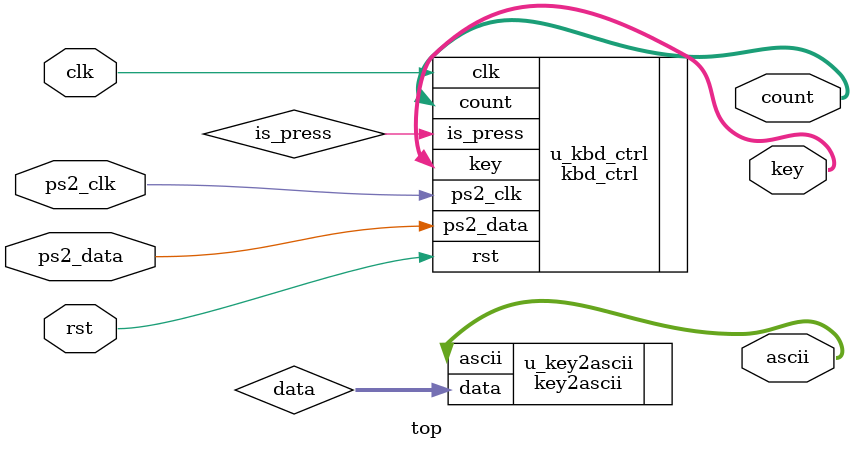
<source format=v>
`timescale 1ns / 1ps
module top(
        input clk,
        input rst,
        input ps2_clk,
        input ps2_data,
        output [7:0] key,
        output [7:0] ascii,
        output [7:0] count
    );

    wire is_press;

    kbd_ctrl u_kbd_ctrl(
                 .clk        	( clk         ),
                 .rst       	( rst         ),
                 .ps2_clk    	( ps2_clk     ),
                 .ps2_data   	( ps2_data    ),
                 .is_press 	    ( is_press    ),
                 .count         ( count       ),
                 .key           ( key         )
             );

    wire [7:0] data;

    key2ascii u_key2ascii(
                  .data   	( data    ),
                  .ascii 	( ascii   )
              );

    wire [3:0] b;
    wire [7:0] h;

    hex7seg u_hex7seg(
                .b 	( b  ),
                .h 	( h  )
            );


endmodule

</source>
